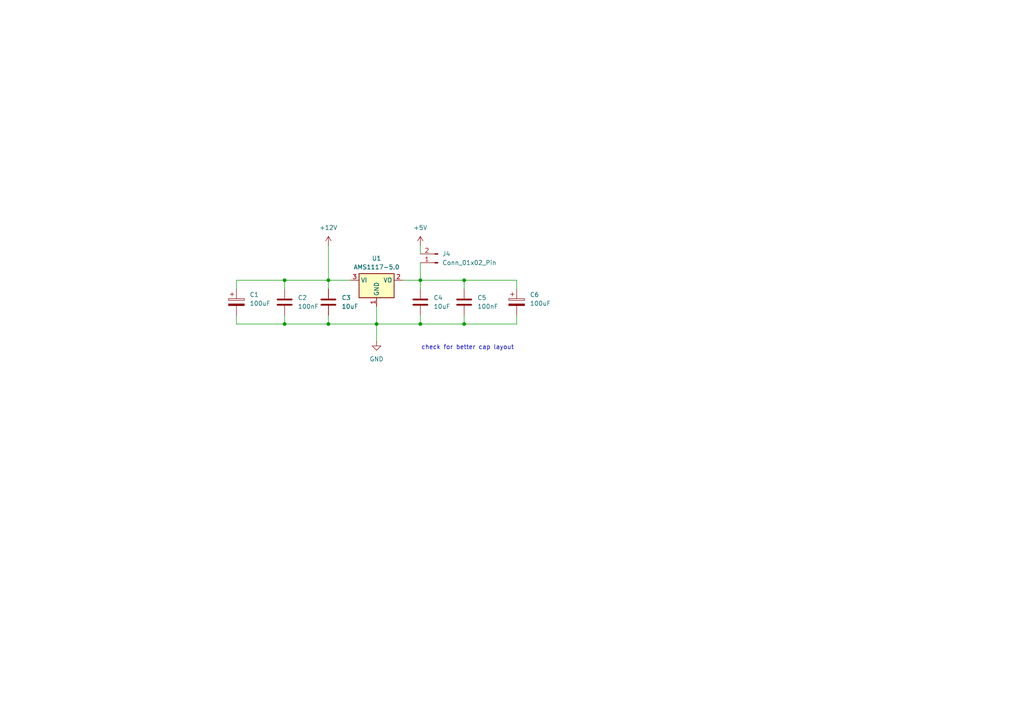
<source format=kicad_sch>
(kicad_sch (version 20250114) (generator "eeschema") (generator_version "9.0")
  (paper "A4")
  (lib_symbols
    (symbol "Connector:Conn_01x02_Pin" (pin_names (offset 1.016) (hide yes))
      (property "Reference" "J" (at 0 2.54 0))
      (property "Value" "Conn_01x02_Pin" (at 0 -5.08 0))
      (symbol "Conn_01x02_Pin_1_1"
        (rectangle (start 0.8636 0.127) (end 0 -0.127) (stroke (width 0.1524)) (fill (type outline)))
        (rectangle (start 0.8636 -2.413) (end 0 -2.667) (stroke (width 0.1524)) (fill (type outline)))
        (polyline (pts (xy 1.27 0) (xy 0.8636 0)) (stroke (width 0.1524)))
        (polyline (pts (xy 1.27 -2.54) (xy 0.8636 -2.54)) (stroke (width 0.1524)))
        (pin passive line (at 5.08 0 180) (length 3.81) (name "Pin_1") (number "1"))
        (pin passive line (at 5.08 -2.54 180) (length 3.81) (name "Pin_2") (number "2"))
      )
    )
    (symbol "Device:C" (pin_numbers (hide yes)) (pin_names (offset 0.254))
      (property "Reference" "C" (at 0.635 2.54 0))
      (property "Value" "C" (at 0.635 -2.54 0))
      (symbol "C_0_1"
        (polyline (pts (xy -2.032 0.762) (xy 2.032 0.762)) (stroke (width 0.508)))
        (polyline (pts (xy -2.032 -0.762) (xy 2.032 -0.762)) (stroke (width 0.508)))
      )
      (symbol "C_1_1"
        (pin passive line (at 0 3.81 270) (length 2.794) (name "~") (number "1"))
        (pin passive line (at 0 -3.81 90) (length 2.794) (name "~") (number "2"))
      )
    )
    (symbol "Device:C_Polarized" (pin_numbers (hide yes)) (pin_names (offset 0.254))
      (property "Reference" "C" (at 0.635 2.54 0))
      (property "Value" "C_Polarized" (at 0.635 -2.54 0))
      (symbol "C_Polarized_0_1"
        (rectangle (start -2.286 0.508) (end 2.286 1.016))
        (polyline (pts (xy -1.778 2.286) (xy -0.762 2.286)))
        (polyline (pts (xy -1.27 2.794) (xy -1.27 1.778)))
        (rectangle (start 2.286 -0.508) (end -2.286 -1.016) (fill (type outline)))
      )
      (symbol "C_Polarized_1_1"
        (pin passive line (at 0 3.81 270) (length 2.794) (name "~") (number "1"))
        (pin passive line (at 0 -3.81 90) (length 2.794) (name "~") (number "2"))
      )
    )
    (symbol "Regulator_Linear:AMS1117-5.0"
      (property "Reference" "U" (at -3.81 3.175 0))
      (property "Value" "AMS1117-5.0" (at 0 3.175 0))
      (symbol "AMS1117-5.0_0_1"
        (rectangle (start -5.08 -5.08) (end 5.08 1.905) (stroke (width 0.254)) (fill (type background)))
      )
      (symbol "AMS1117-5.0_1_1"
        (pin power_in line (at -7.62 0 0) (length 2.54) (name "VI") (number "3"))
        (pin power_in line (at 0 -7.62 90) (length 2.54) (name "GND") (number "1"))
        (pin power_out line (at 7.62 0 180) (length 2.54) (name "VO") (number "2"))
      )
    )
    (symbol "power:+12V" (power) (pin_numbers (hide yes)) (pin_names (offset 0) (hide yes))
      (property "Value" "+12V" (at 0 3.556 0))
      (symbol "+12V_0_1"
        (polyline (pts (xy -0.762 1.27) (xy 0 2.54)))
        (polyline (pts (xy 0 2.54) (xy 0.762 1.27)))
        (polyline (pts (xy 0 0) (xy 0 2.54)))
      )
      (symbol "+12V_1_1"
        (pin power_in line (at 0 0 90) (length 0) (name "~") (number "1"))
      )
    )
    (symbol "power:+5V" (power) (pin_numbers (hide yes)) (pin_names (offset 0) (hide yes))
      (property "Value" "+5V" (at 0 3.556 0))
      (symbol "+5V_0_1"
        (polyline (pts (xy -0.762 1.27) (xy 0 2.54)))
        (polyline (pts (xy 0 2.54) (xy 0.762 1.27)))
        (polyline (pts (xy 0 0) (xy 0 2.54)))
      )
      (symbol "+5V_1_1"
        (pin power_in line (at 0 0 90) (length 0) (name "~") (number "1"))
      )
    )
    (symbol "power:GND" (power) (pin_numbers (hide yes)) (pin_names (offset 0) (hide yes))
      (property "Value" "GND" (at 0 -3.81 0))
      (symbol "GND_0_1"
        (polyline (pts (xy 0 0) (xy 0 -1.27) (xy 1.27 -1.27) (xy 0 -2.54) (xy -1.27 -1.27) (xy 0 -1.27)))
      )
      (symbol "GND_1_1"
        (pin power_in line (at 0 0 270) (length 0) (name "~") (number "1"))
      )
    )
  )
  (text "check for better cap layout" (at 135.636 100.838 0) (effects (font (size 1.27 1.27))))
  (junction (at 95.25 93.98))
  (junction (at 95.25 81.28))
  (junction (at 82.55 81.28))
  (junction (at 121.92 93.98))
  (junction (at 121.92 81.28))
  (junction (at 134.62 93.98))
  (junction (at 134.62 81.28))
  (junction (at 82.55 93.98))
  (junction (at 109.22 93.98))
  (wire (pts (xy 82.55 81.28) (xy 82.55 83.82)))
  (wire (pts (xy 109.22 88.9) (xy 109.22 93.98)))
  (wire (pts (xy 95.25 71.12) (xy 95.25 81.28)))
  (wire (pts (xy 121.92 81.28) (xy 121.92 83.82)))
  (wire (pts (xy 149.86 81.28) (xy 149.86 83.82)))
  (wire (pts (xy 68.58 81.28) (xy 82.55 81.28)))
  (wire (pts (xy 121.92 73.66) (xy 121.92 71.12)))
  (wire (pts (xy 121.92 76.2) (xy 121.92 81.28)))
  (wire (pts (xy 109.22 93.98) (xy 109.22 99.06)))
  (wire (pts (xy 82.55 81.28) (xy 95.25 81.28)))
  (wire (pts (xy 109.22 93.98) (xy 121.92 93.98)))
  (wire (pts (xy 95.25 93.98) (xy 109.22 93.98)))
  (wire (pts (xy 95.25 91.44) (xy 95.25 93.98)))
  (wire (pts (xy 82.55 93.98) (xy 95.25 93.98)))
  (wire (pts (xy 149.86 91.44) (xy 149.86 93.98)))
  (wire (pts (xy 149.86 93.98) (xy 134.62 93.98)))
  (wire (pts (xy 68.58 93.98) (xy 82.55 93.98)))
  (wire (pts (xy 121.92 81.28) (xy 134.62 81.28)))
  (wire (pts (xy 95.25 81.28) (xy 95.25 83.82)))
  (wire (pts (xy 68.58 91.44) (xy 68.58 93.98)))
  (wire (pts (xy 68.58 83.82) (xy 68.58 81.28)))
  (wire (pts (xy 82.55 91.44) (xy 82.55 93.98)))
  (wire (pts (xy 134.62 83.82) (xy 134.62 81.28)))
  (wire (pts (xy 121.92 93.98) (xy 134.62 93.98)))
  (wire (pts (xy 116.84 81.28) (xy 121.92 81.28)))
  (wire (pts (xy 134.62 91.44) (xy 134.62 93.98)))
  (wire (pts (xy 121.92 91.44) (xy 121.92 93.98)))
  (wire (pts (xy 149.86 81.28) (xy 134.62 81.28)))
  (wire (pts (xy 95.25 81.28) (xy 101.6 81.28)))
  (symbol (lib_id "Device:C_Polarized") (at 68.58 87.63 0) (unit 1)
    (property "Reference" "C1" (at 72.39 85.4709 0) (effects (justify left)))
    (property "Value" "100uF" (at 72.39 88.0109 0) (effects (justify left)))
    (property "Footprint" "Capacitor_SMD:C_1206_3216Metric" (effects (hide yes)))
    (property "Description" "Polarized capacitor" (effects (hide yes)))
  )
  (symbol (lib_id "Device:C") (at 82.55 87.63 0) (unit 1)
    (property "Reference" "C2" (at 86.36 86.3599 0) (effects (justify left)))
    (property "Value" "100nF" (at 86.36 88.8999 0) (effects (justify left)))
    (property "Footprint" "Capacitor_SMD:C_0603_1608Metric" (effects (hide yes)))
    (property "Description" "Unpolarized capacitor" (effects (hide yes)))
    (property "LCSC" "C14663" (effects (hide yes)))
  )
  (symbol (lib_id "power:GND") (at 109.22 99.06 0) (unit 1)
    (property "Reference" "#PWR010" (effects (hide yes)))
    (property "Value" "GND" (at 109.22 104.14 0))
    (property "Description" "Power symbol creates a global label with name \"GND\" , ground" (effects (hide yes)))
  )
  (symbol (lib_id "power:+12V") (at 95.25 71.12 0) (unit 1)
    (property "Reference" "#PWR04" (effects (hide yes)))
    (property "Value" "+12V" (at 95.25 66.04 0))
    (property "Description" "Power symbol creates a global label with name \"+12V\"" (effects (hide yes)))
  )
  (symbol (lib_id "Connector:Conn_01x02_Pin") (at 127 76.2 180) (unit 1)
    (property "Reference" "J4" (at 128.27 73.6599 0) (effects (justify right)))
    (property "Value" "Conn_01x02_Pin" (at 128.27 76.1999 0) (effects (justify right)))
    (property "Footprint" "Connector_PinHeader_2.54mm:PinHeader_1x02_P2.54mm_Vertical" (effects (hide yes)))
    (property "Description" "Generic connector, single row, 01x02, script generated" (effects (hide yes)))
  )
  (symbol (lib_id "Device:C_Polarized") (at 149.86 87.63 0) (unit 1)
    (property "Reference" "C6" (at 153.67 85.4709 0) (effects (justify left)))
    (property "Value" "100uF" (at 153.67 88.0109 0) (effects (justify left)))
    (property "Footprint" "Capacitor_SMD:C_1206_3216Metric" (effects (hide yes)))
    (property "Description" "Polarized capacitor" (effects (hide yes)))
  )
  (symbol (lib_id "power:+5V") (at 121.92 71.12 0) (unit 1)
    (property "Reference" "#PWR05" (effects (hide yes)))
    (property "Value" "+5V" (at 121.92 66.04 0))
    (property "Description" "Power symbol creates a global label with name \"+5V\"" (effects (hide yes)))
  )
  (symbol (lib_id "Device:C") (at 95.25 87.63 0) (unit 1)
    (property "Reference" "C3" (at 99.06 86.3599 0) (effects (justify left)))
    (property "Value" "10uF" (at 99.06 88.8999 0) (effects (justify left)))
    (property "Footprint" "Capacitor_SMD:C_0603_1608Metric" (effects (hide yes)))
    (property "Description" "Unpolarized capacitor" (effects (hide yes)))
    (property "LCSC" "C19702" (effects (hide yes)))
  )
  (symbol (lib_id "Device:C") (at 134.62 87.63 0) (unit 1)
    (property "Reference" "C5" (at 138.43 86.3599 0) (effects (justify left)))
    (property "Value" "100nF" (at 138.43 88.8999 0) (effects (justify left)))
    (property "Footprint" "Capacitor_SMD:C_0603_1608Metric" (effects (hide yes)))
    (property "Description" "Unpolarized capacitor" (effects (hide yes)))
    (property "LCSC" "C14663" (effects (hide yes)))
  )
  (symbol (lib_id "Regulator_Linear:AMS1117-5.0") (at 109.22 81.28 0) (unit 1)
    (property "Reference" "U1" (at 109.22 74.93 0))
    (property "Value" "AMS1117-5.0" (at 109.22 77.47 0))
    (property "Footprint" "Package_TO_SOT_SMD:SOT-223-3_TabPin2" (effects (hide yes)))
    (property "Datasheet" "http://www.advanced-monolithic.com/pdf/ds1117.pdf" (effects (hide yes)))
    (property "Description" "1A Low Dropout regulator, positive, 5.0V fixed output, SOT-223" (effects (hide yes)))
  )
  (symbol (lib_id "Device:C") (at 121.92 87.63 0) (unit 1)
    (property "Reference" "C4" (at 125.73 86.3599 0) (effects (justify left)))
    (property "Value" "10uF" (at 125.73 88.8999 0) (effects (justify left)))
    (property "Footprint" "Capacitor_SMD:C_0603_1608Metric" (effects (hide yes)))
    (property "Description" "Unpolarized capacitor" (effects (hide yes)))
    (property "LCSC" "C19702" (effects (hide yes)))
  )
)
</source>
